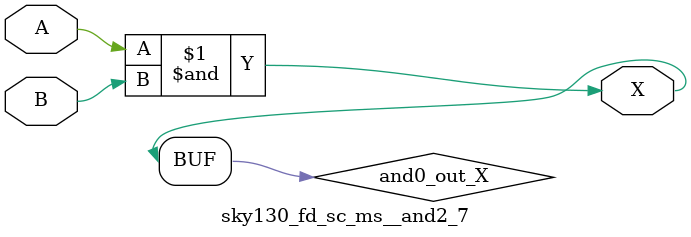
<source format=v>
module sky130_fd_sc_ms__and2_7 (
    X,
    A,
    B
);
    output X;
    input  A;
    input  B;
    wire and0_out_X;
    and and0 (and0_out_X, A, B           );
    buf buf0 (X         , and0_out_X     );
endmodule
</source>
